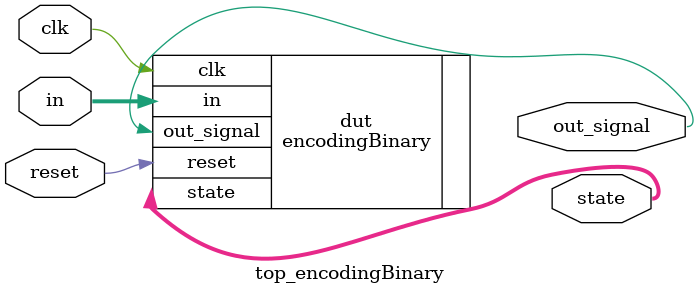
<source format=sv>
module top_encodingBinary(
    input  logic       clk,
    input  logic       reset,
    input  logic [1:0] in,
    output logic [4:0] state,       
    output logic       out_signal   
);

    encodingBinary dut (
        .clk(clk),
        .reset(reset),
        .in(in),
        .state(state),
        .out_signal(out_signal)
    );

endmodule

</source>
